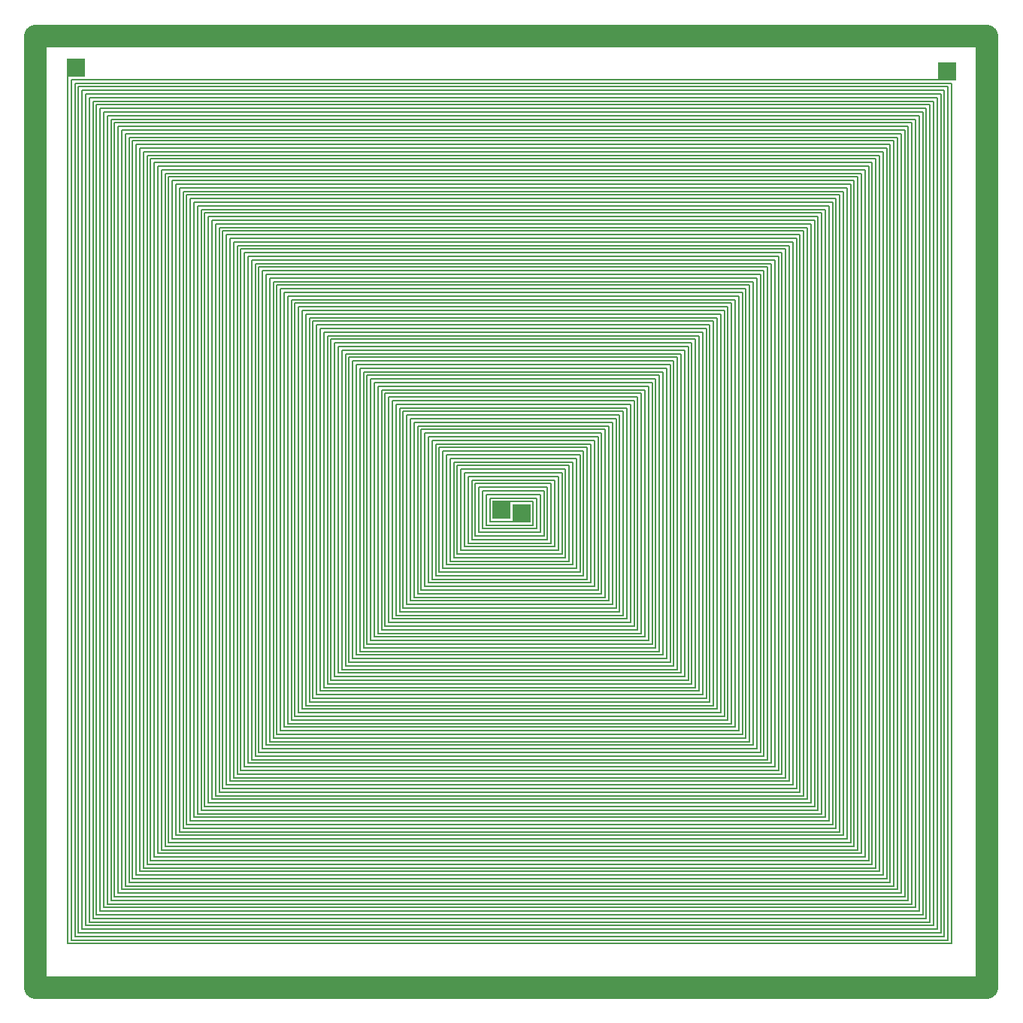
<source format=gbr>
G04 start of page 2 for group 0 idx 0 *
G04 Title: (unknown), component *
G04 Creator: pcb 1.99y *
G04 CreationDate: Mon Mar  9 18:38:29 2009 UTC *
G04 For: dj *
G04 Format: Gerber/RS-274X *
G04 PCB-Dimensions: 432000 432000 *
G04 PCB-Coordinate-Origin: lower left *
%MOIN*%
%FSLAX25Y25*%
%LNFRONT*%
%ADD11C,0.0080*%
%ADD12C,0.1000*%
%ADD13C,0.0200*%
%ADD14C,0.0300*%
G54D11*X203200Y208400D02*X227200D01*
X201600Y206800D02*X228800D01*
X200000Y205200D02*X230400D01*
X227200Y208400D02*Y222000D01*
X228800Y206800D02*Y223600D01*
X230400Y205200D02*Y225200D01*
X232000Y203600D02*Y226800D01*
X233600Y202000D02*Y228400D01*
X235200Y200400D02*Y230000D01*
X198400Y203600D02*X232000D01*
X196800Y202000D02*X233600D01*
X195200Y200400D02*X235200D01*
X193600Y198800D02*X236800D01*
X206400Y211600D02*Y222000D01*
X208000Y220400D02*X225600D01*
X204800Y210000D02*Y223600D01*
X206400Y222000D02*X227200D01*
X206400Y211600D02*X224000D01*
Y218800D01*
X204800Y210000D02*X225600D01*
Y220400D01*
X236800Y198800D02*Y231600D01*
X192000Y197200D02*X238400D01*
Y233200D01*
X190400Y195600D02*X240000D01*
Y234800D01*
X241600Y194000D02*Y236400D01*
X243200Y192400D02*Y238000D01*
X244800Y190800D02*Y239600D01*
X246400Y189200D02*Y241200D01*
X248000Y187600D02*Y242800D01*
X249600Y186000D02*Y244400D01*
X251200Y184400D02*Y246000D01*
X252800Y182800D02*Y247600D01*
X254400Y181200D02*Y249200D01*
X188800Y194000D02*X241600D01*
X187200Y192400D02*X243200D01*
X185600Y190800D02*X244800D01*
X184000Y189200D02*X246400D01*
X182400Y187600D02*X248000D01*
X180800Y186000D02*X249600D01*
X179200Y184400D02*X251200D01*
X177600Y182800D02*X252800D01*
X176000Y181200D02*X254400D01*
X174400Y179600D02*X256000D01*
X172800Y178000D02*X257600D01*
X171200Y176400D02*X259200D01*
X169600Y174800D02*X260800D01*
X168000Y173200D02*X262400D01*
X166400Y171600D02*X264000D01*
X164800Y170000D02*X265600D01*
X163200Y168400D02*X267200D01*
X161600Y166800D02*X268800D01*
X160000Y165200D02*X270400D01*
X158400Y163600D02*X272000D01*
X156800Y162000D02*X273600D01*
X155200Y160400D02*X275200D01*
X153600Y158800D02*X276800D01*
X152000Y157200D02*X278400D01*
X150400Y155600D02*X280000D01*
X148800Y154000D02*X281600D01*
X147200Y152400D02*X283200D01*
X145600Y150800D02*X284800D01*
X144000Y149200D02*X286400D01*
X142400Y147600D02*X288000D01*
X140800Y146000D02*X289600D01*
X139200Y144400D02*X291200D01*
X137600Y142800D02*X292800D01*
X136000Y141200D02*X294400D01*
X134400Y139600D02*X296000D01*
X132800Y138000D02*X297600D01*
X131200Y136400D02*X299200D01*
X129600Y134800D02*X300800D01*
X128000Y133200D02*X302400D01*
X126400Y131600D02*X304000D01*
X124800Y130000D02*X305600D01*
X123200Y128400D02*X307200D01*
X121600Y126800D02*X308800D01*
X120000Y125200D02*X310400D01*
X118400Y123600D02*X312000D01*
X116800Y122000D02*X313600D01*
X115200Y120400D02*X315200D01*
X113600Y118800D02*X316800D01*
X112000Y117200D02*X318400D01*
X256000Y179600D02*Y250800D01*
X257600Y178000D02*Y252400D01*
X259200Y176400D02*Y254000D01*
X260800Y174800D02*Y255600D01*
X262400Y173200D02*Y257200D01*
X264000Y171600D02*Y258800D01*
X265600Y170000D02*Y260400D01*
X267200Y168400D02*Y262000D01*
X268800Y166800D02*Y263600D01*
X270400Y165200D02*Y265200D01*
X272000Y163600D02*Y266800D01*
X273600Y162000D02*Y268400D01*
X275200Y160400D02*Y270000D01*
X276800Y158800D02*Y271600D01*
X278400Y157200D02*Y273200D01*
X280000Y155600D02*Y274800D01*
X281600Y154000D02*Y276400D01*
X283200Y152400D02*Y278000D01*
X284800Y150800D02*Y279600D01*
X286400Y149200D02*Y281200D01*
X288000Y147600D02*Y282800D01*
X289600Y146000D02*Y284400D01*
X291200Y144400D02*Y286000D01*
X292800Y142800D02*Y287600D01*
X294400Y141200D02*Y289200D01*
X296000Y139600D02*Y290800D01*
X297600Y138000D02*Y292400D01*
X299200Y136400D02*Y294000D01*
X300800Y134800D02*Y295600D01*
X302400Y133200D02*Y297200D01*
X304000Y131600D02*Y298800D01*
X305600Y130000D02*Y300400D01*
X307200Y128400D02*Y302000D01*
X308800Y126800D02*Y303600D01*
X310400Y125200D02*Y305200D01*
X312000Y123600D02*Y306800D01*
X313600Y122000D02*Y308400D01*
X315200Y120400D02*Y310000D01*
X316800Y118800D02*Y311600D01*
X195200Y233200D02*X238400D01*
X110400Y115600D02*X320000D01*
X108800Y114000D02*X321600D01*
X107200Y112400D02*X323200D01*
X105600Y110800D02*X324800D01*
X104000Y109200D02*X326400D01*
X102400Y107600D02*X328000D01*
X100800Y106000D02*X329600D01*
X99200Y104400D02*X331200D01*
X97600Y102800D02*X332800D01*
X96000Y101200D02*X334400D01*
X94400Y99600D02*X336000D01*
X92800Y98000D02*X337600D01*
X91200Y96400D02*X339200D01*
X89600Y94800D02*X340800D01*
X88000Y93200D02*X342400D01*
X86400Y91600D02*X344000D01*
X84800Y90000D02*X345600D01*
X83200Y88400D02*X347200D01*
X81600Y86800D02*X348800D01*
X80000Y85200D02*X350400D01*
X78400Y83600D02*X352000D01*
X76800Y82000D02*X353600D01*
X75200Y80400D02*X355200D01*
X73600Y78800D02*X356800D01*
X204800Y223600D02*X228800D01*
X203200Y225200D02*X230400D01*
X201600Y226800D02*X232000D01*
X200000Y228400D02*X233600D01*
X198400Y230000D02*X235200D01*
X196800Y231600D02*X236800D01*
X193600Y234800D02*X240000D01*
X192000Y236400D02*X241600D01*
X190400Y238000D02*X243200D01*
X188800Y239600D02*X244800D01*
X187200Y241200D02*X246400D01*
X185600Y242800D02*X248000D01*
X184000Y244400D02*X249600D01*
X182400Y246000D02*X251200D01*
X180800Y247600D02*X252800D01*
X179200Y249200D02*X254400D01*
X177600Y250800D02*X256000D01*
X176000Y252400D02*X257600D01*
X174400Y254000D02*X259200D01*
X318400Y117200D02*Y313200D01*
X320000Y115600D02*Y314800D01*
X321600Y114000D02*Y316400D01*
X323200Y112400D02*Y318000D01*
X324800Y110800D02*Y319600D01*
X326400Y109200D02*Y321200D01*
X328000Y107600D02*Y322800D01*
X329600Y106000D02*Y324400D01*
X331200Y104400D02*Y326000D01*
X332800Y102800D02*Y327600D01*
X334400Y101200D02*Y329200D01*
X336000Y99600D02*Y330800D01*
X337600Y98000D02*Y332400D01*
X339200Y96400D02*Y334000D01*
X340800Y94800D02*Y335600D01*
X342400Y93200D02*Y337200D01*
X344000Y91600D02*Y338800D01*
X345600Y90000D02*Y340400D01*
X347200Y88400D02*Y342000D01*
X348800Y86800D02*Y343600D01*
X350400Y85200D02*Y345200D01*
X352000Y83600D02*Y346800D01*
X353600Y82000D02*Y348400D01*
X355200Y80400D02*Y350000D01*
X356800Y78800D02*Y351600D01*
X358400Y77200D02*Y353200D01*
X360000Y75600D02*Y354800D01*
X361600Y74000D02*Y356400D01*
X363200Y72400D02*Y358000D01*
X364800Y70800D02*Y359600D01*
X366400Y69200D02*Y361200D01*
X368000Y67600D02*Y362800D01*
X369600Y66000D02*Y364400D01*
X371200Y64400D02*Y366000D01*
X372800Y62800D02*Y367600D01*
X374400Y61200D02*Y369200D01*
X376000Y59600D02*Y370800D01*
X377600Y58000D02*Y372400D01*
X379200Y56400D02*Y374000D01*
X380800Y54800D02*Y375600D01*
X382400Y53200D02*Y377200D01*
X384000Y51600D02*Y378800D01*
X385600Y50000D02*Y380400D01*
X387200Y48400D02*Y382000D01*
X388800Y46800D02*Y383600D01*
X390400Y45200D02*Y385200D01*
X188800Y194000D02*Y239600D01*
X187200Y192400D02*Y241200D01*
X185600Y190800D02*Y242800D01*
X184000Y189200D02*Y244400D01*
X182400Y187600D02*Y246000D01*
X180800Y186000D02*Y247600D01*
X179200Y184400D02*Y249200D01*
X177600Y182800D02*Y250800D01*
X176000Y181200D02*Y252400D01*
X174400Y179600D02*Y254000D01*
X172800Y178000D02*Y255600D01*
X171200Y176400D02*Y257200D01*
X169600Y174800D02*Y258800D01*
X203200Y208400D02*Y225200D01*
X201600Y206800D02*Y226800D01*
X200000Y205200D02*Y228400D01*
X198400Y203600D02*Y230000D01*
X196800Y202000D02*Y231600D01*
X195200Y200400D02*Y233200D01*
X193600Y198800D02*Y234800D01*
X192000Y197200D02*Y236400D01*
X190400Y195600D02*Y238000D01*
X72000Y77200D02*X358400D01*
X70400Y75600D02*X360000D01*
X68800Y74000D02*X361600D01*
X67200Y72400D02*X363200D01*
X65600Y70800D02*X364800D01*
X64000Y69200D02*X366400D01*
X62400Y67600D02*X368000D01*
X60800Y66000D02*X369600D01*
X59200Y64400D02*X371200D01*
X57600Y62800D02*X372800D01*
X56000Y61200D02*X374400D01*
X54400Y59600D02*X376000D01*
X52800Y58000D02*X377600D01*
X51200Y56400D02*X379200D01*
X49600Y54800D02*X380800D01*
X48000Y53200D02*X382400D01*
X46400Y51600D02*X384000D01*
X44800Y50000D02*X385600D01*
X43200Y48400D02*X387200D01*
X41600Y46800D02*X388800D01*
X40000Y45200D02*X390400D01*
X38400Y43600D02*X392000D01*
X36800Y42000D02*X393600D01*
X35200Y40400D02*X395200D01*
X33600Y38800D02*X396800D01*
X32000Y37200D02*X398400D01*
X30400Y35600D02*X400000D01*
X28800Y34000D02*X401600D01*
X27200Y32400D02*X403200D01*
X25600Y30800D02*X404800D01*
X24000Y29200D02*X406400D01*
X22400Y27600D02*X408000D01*
X20800Y26000D02*X409600D01*
X19200Y24400D02*X411200D01*
G54D12*X5000Y5000D02*X427000D01*
G54D11*X161600Y266800D02*X272000D01*
X160000Y268400D02*X273600D01*
X158400Y270000D02*X275200D01*
X156800Y271600D02*X276800D01*
X155200Y273200D02*X278400D01*
X153600Y274800D02*X280000D01*
X152000Y276400D02*X281600D01*
X150400Y278000D02*X283200D01*
X148800Y279600D02*X284800D01*
X147200Y281200D02*X286400D01*
X145600Y282800D02*X288000D01*
X144000Y284400D02*X289600D01*
X142400Y286000D02*X291200D01*
X140800Y287600D02*X292800D01*
X139200Y289200D02*X294400D01*
X137600Y290800D02*X296000D01*
G54D12*X5000Y427000D02*X427000D01*
G54D11*X172800Y255600D02*X260800D01*
X171200Y257200D02*X262400D01*
X169600Y258800D02*X264000D01*
X168000Y260400D02*X265600D01*
X166400Y262000D02*X267200D01*
X164800Y263600D02*X268800D01*
X163200Y265200D02*X270400D01*
X392000Y43600D02*Y386800D01*
X393600Y42000D02*Y388400D01*
X395200Y40400D02*Y390000D01*
X396800Y38800D02*Y391600D01*
X398400Y37200D02*Y393200D01*
X400000Y35600D02*Y394800D01*
X401600Y34000D02*Y396400D01*
X403200Y32400D02*Y398000D01*
X404800Y30800D02*Y399600D01*
X406400Y29200D02*Y401200D01*
X408000Y27600D02*Y402800D01*
X409600Y26000D02*Y404400D01*
X411200Y24400D02*Y406000D01*
G54D12*X427000Y5000D02*Y427000D01*
G54D11*X168000Y173200D02*Y260400D01*
X166400Y171600D02*Y262000D01*
X164800Y170000D02*Y263600D01*
X163200Y168400D02*Y265200D01*
X161600Y166800D02*Y266800D01*
X160000Y165200D02*Y268400D01*
X158400Y163600D02*Y270000D01*
X156800Y162000D02*Y271600D01*
X155200Y160400D02*Y273200D01*
X153600Y158800D02*Y274800D01*
X152000Y157200D02*Y276400D01*
X150400Y155600D02*Y278000D01*
X148800Y154000D02*Y279600D01*
X147200Y152400D02*Y281200D01*
X145600Y150800D02*Y282800D01*
X144000Y149200D02*Y284400D01*
X142400Y147600D02*Y286000D01*
X140800Y146000D02*Y287600D01*
X139200Y144400D02*Y289200D01*
X137600Y142800D02*Y290800D01*
X136000Y141200D02*Y292400D01*
X134400Y139600D02*Y294000D01*
X132800Y138000D02*Y295600D01*
X131200Y136400D02*Y297200D01*
X136000Y292400D02*X297600D01*
X134400Y294000D02*X299200D01*
X132800Y295600D02*X300800D01*
X131200Y297200D02*X302400D01*
X129600Y298800D02*X304000D01*
X128000Y300400D02*X305600D01*
X126400Y302000D02*X307200D01*
X124800Y303600D02*X308800D01*
X123200Y305200D02*X310400D01*
X121600Y306800D02*X312000D01*
X120000Y308400D02*X313600D01*
X118400Y310000D02*X315200D01*
X116800Y311600D02*X316800D01*
X115200Y313200D02*X318400D01*
X113600Y314800D02*X320000D01*
X112000Y316400D02*X321600D01*
X110400Y318000D02*X323200D01*
X108800Y319600D02*X324800D01*
X107200Y321200D02*X326400D01*
X105600Y322800D02*X328000D01*
X104000Y324400D02*X329600D01*
X102400Y326000D02*X331200D01*
X100800Y327600D02*X332800D01*
X99200Y329200D02*X334400D01*
X97600Y330800D02*X336000D01*
X129600Y134800D02*Y298800D01*
X128000Y133200D02*Y300400D01*
X126400Y131600D02*Y302000D01*
X124800Y130000D02*Y303600D01*
X123200Y128400D02*Y305200D01*
X121600Y126800D02*Y306800D01*
X120000Y125200D02*Y308400D01*
X118400Y123600D02*Y310000D01*
X116800Y122000D02*Y311600D01*
X115200Y120400D02*Y313200D01*
X113600Y118800D02*Y314800D01*
X112000Y117200D02*Y316400D01*
X110400Y115600D02*Y318000D01*
X108800Y114000D02*Y319600D01*
X107200Y112400D02*Y321200D01*
X105600Y110800D02*Y322800D01*
X104000Y109200D02*Y324400D01*
X102400Y107600D02*Y326000D01*
X100800Y106000D02*Y327600D01*
X99200Y104400D02*Y329200D01*
X97600Y102800D02*Y330800D01*
X96000Y101200D02*Y332400D01*
X94400Y99600D02*Y334000D01*
X92800Y98000D02*Y335600D01*
X96000Y332400D02*X337600D01*
X94400Y334000D02*X339200D01*
X92800Y335600D02*X340800D01*
X91200Y337200D02*X342400D01*
X89600Y338800D02*X344000D01*
X88000Y340400D02*X345600D01*
X86400Y342000D02*X347200D01*
X84800Y343600D02*X348800D01*
X83200Y345200D02*X350400D01*
X81600Y346800D02*X352000D01*
X80000Y348400D02*X353600D01*
X78400Y350000D02*X355200D01*
X76800Y351600D02*X356800D01*
X75200Y353200D02*X358400D01*
X73600Y354800D02*X360000D01*
X72000Y356400D02*X361600D01*
X70400Y358000D02*X363200D01*
X68800Y359600D02*X364800D01*
X67200Y361200D02*X366400D01*
X65600Y362800D02*X368000D01*
X64000Y364400D02*X369600D01*
X62400Y366000D02*X371200D01*
X60800Y367600D02*X372800D01*
X59200Y369200D02*X374400D01*
X57600Y370800D02*X376000D01*
X56000Y372400D02*X377600D01*
X54400Y374000D02*X379200D01*
X52800Y375600D02*X380800D01*
X51200Y377200D02*X382400D01*
X49600Y378800D02*X384000D01*
X48000Y380400D02*X385600D01*
X46400Y382000D02*X387200D01*
X44800Y383600D02*X388800D01*
X43200Y385200D02*X390400D01*
X41600Y386800D02*X392000D01*
X40000Y388400D02*X393600D01*
X38400Y390000D02*X395200D01*
X36800Y391600D02*X396800D01*
X35200Y393200D02*X398400D01*
X33600Y394800D02*X400000D01*
X32000Y396400D02*X401600D01*
X30400Y398000D02*X403200D01*
X28800Y399600D02*X404800D01*
X27200Y401200D02*X406400D01*
X25600Y402800D02*X408000D01*
X24000Y404400D02*X409600D01*
X22400Y406000D02*X411200D01*
X20800Y407600D02*X412800D01*
X91200Y96400D02*Y337200D01*
X89600Y94800D02*Y338800D01*
X88000Y93200D02*Y340400D01*
X86400Y91600D02*Y342000D01*
X84800Y90000D02*Y343600D01*
X83200Y88400D02*Y345200D01*
X81600Y86800D02*Y346800D01*
X80000Y85200D02*Y348400D01*
X78400Y83600D02*Y350000D01*
X76800Y82000D02*Y351600D01*
X75200Y80400D02*Y353200D01*
X73600Y78800D02*Y354800D01*
X72000Y77200D02*Y356400D01*
X70400Y75600D02*Y358000D01*
X68800Y74000D02*Y359600D01*
X67200Y72400D02*Y361200D01*
X65600Y70800D02*Y362800D01*
X64000Y69200D02*Y364400D01*
X62400Y67600D02*Y366000D01*
X60800Y66000D02*Y367600D01*
X59200Y64400D02*Y369200D01*
X57600Y62800D02*Y370800D01*
X56000Y61200D02*Y372400D01*
X54400Y59600D02*Y374000D01*
X52800Y58000D02*Y375600D01*
X51200Y56400D02*Y377200D01*
X49600Y54800D02*Y378800D01*
X48000Y53200D02*Y380400D01*
X46400Y51600D02*Y382000D01*
X44800Y50000D02*Y383600D01*
X43200Y48400D02*Y385200D01*
X41600Y46800D02*Y386800D01*
X40000Y45200D02*Y388400D01*
X38400Y43600D02*Y390000D01*
X36800Y42000D02*Y391600D01*
X35200Y40400D02*Y393200D01*
X33600Y38800D02*Y394800D01*
X32000Y37200D02*Y396400D01*
X30400Y35600D02*Y398000D01*
X28800Y34000D02*Y399600D01*
X27200Y32400D02*Y401200D01*
X25600Y30800D02*Y402800D01*
X24000Y29200D02*Y404400D01*
X22400Y27600D02*Y406000D01*
X20800Y26000D02*Y407600D01*
X19200Y24400D02*Y409200D01*
G54D12*X5000Y5000D02*Y427000D01*
G54D13*G36*
X207600Y220800D02*Y212800D01*
X215600D01*
Y220800D01*
X207600D01*
G37*
G36*
X216400Y219200D02*Y211200D01*
X224400D01*
Y219200D01*
X216400D01*
G37*
G36*
X18800Y416800D02*Y408800D01*
X26800D01*
Y416800D01*
X18800D01*
G37*
G36*
X405200Y415200D02*Y407200D01*
X413200D01*
Y415200D01*
X405200D01*
G37*
G54D14*M02*

</source>
